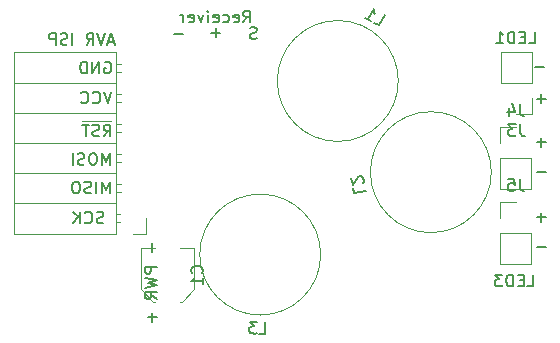
<source format=gbr>
G04 #@! TF.GenerationSoftware,KiCad,Pcbnew,(5.1.0)-1*
G04 #@! TF.CreationDate,2019-04-16T02:17:24+07:00*
G04 #@! TF.ProjectId,Bano,42616e6f-2e6b-4696-9361-645f70636258,rev?*
G04 #@! TF.SameCoordinates,Original*
G04 #@! TF.FileFunction,Legend,Bot*
G04 #@! TF.FilePolarity,Positive*
%FSLAX46Y46*%
G04 Gerber Fmt 4.6, Leading zero omitted, Abs format (unit mm)*
G04 Created by KiCad (PCBNEW (5.1.0)-1) date 2019-04-16 02:17:24*
%MOMM*%
%LPD*%
G04 APERTURE LIST*
%ADD10C,0.150000*%
%ADD11C,0.120000*%
G04 APERTURE END LIST*
D10*
X99694952Y-53284428D02*
X98933047Y-53284428D01*
X99694952Y-50744428D02*
X98933047Y-50744428D01*
X99314000Y-51125380D02*
X99314000Y-50363476D01*
X62356904Y-43950000D02*
X62452142Y-43902380D01*
X62595000Y-43902380D01*
X62737857Y-43950000D01*
X62833095Y-44045238D01*
X62880714Y-44140476D01*
X62928333Y-44330952D01*
X62928333Y-44473809D01*
X62880714Y-44664285D01*
X62833095Y-44759523D01*
X62737857Y-44854761D01*
X62595000Y-44902380D01*
X62499761Y-44902380D01*
X62356904Y-44854761D01*
X62309285Y-44807142D01*
X62309285Y-44473809D01*
X62499761Y-44473809D01*
X61880714Y-44902380D02*
X61880714Y-43902380D01*
X61309285Y-44902380D01*
X61309285Y-43902380D01*
X60833095Y-44902380D02*
X60833095Y-43902380D01*
X60595000Y-43902380D01*
X60452142Y-43950000D01*
X60356904Y-44045238D01*
X60309285Y-44140476D01*
X60261666Y-44330952D01*
X60261666Y-44473809D01*
X60309285Y-44664285D01*
X60356904Y-44759523D01*
X60452142Y-44854761D01*
X60595000Y-44902380D01*
X60833095Y-44902380D01*
X62928333Y-46442380D02*
X62595000Y-47442380D01*
X62261666Y-46442380D01*
X61356904Y-47347142D02*
X61404523Y-47394761D01*
X61547380Y-47442380D01*
X61642619Y-47442380D01*
X61785476Y-47394761D01*
X61880714Y-47299523D01*
X61928333Y-47204285D01*
X61975952Y-47013809D01*
X61975952Y-46870952D01*
X61928333Y-46680476D01*
X61880714Y-46585238D01*
X61785476Y-46490000D01*
X61642619Y-46442380D01*
X61547380Y-46442380D01*
X61404523Y-46490000D01*
X61356904Y-46537619D01*
X60356904Y-47347142D02*
X60404523Y-47394761D01*
X60547380Y-47442380D01*
X60642619Y-47442380D01*
X60785476Y-47394761D01*
X60880714Y-47299523D01*
X60928333Y-47204285D01*
X60975952Y-47013809D01*
X60975952Y-46870952D01*
X60928333Y-46680476D01*
X60880714Y-46585238D01*
X60785476Y-46490000D01*
X60642619Y-46442380D01*
X60547380Y-46442380D01*
X60404523Y-46490000D01*
X60356904Y-46537619D01*
D11*
X62865000Y-48895000D02*
X60452000Y-48895000D01*
D10*
X62269619Y-50236380D02*
X62602952Y-49760190D01*
X62841047Y-50236380D02*
X62841047Y-49236380D01*
X62460095Y-49236380D01*
X62364857Y-49284000D01*
X62317238Y-49331619D01*
X62269619Y-49426857D01*
X62269619Y-49569714D01*
X62317238Y-49664952D01*
X62364857Y-49712571D01*
X62460095Y-49760190D01*
X62841047Y-49760190D01*
X61888666Y-50188761D02*
X61745809Y-50236380D01*
X61507714Y-50236380D01*
X61412476Y-50188761D01*
X61364857Y-50141142D01*
X61317238Y-50045904D01*
X61317238Y-49950666D01*
X61364857Y-49855428D01*
X61412476Y-49807809D01*
X61507714Y-49760190D01*
X61698190Y-49712571D01*
X61793428Y-49664952D01*
X61841047Y-49617333D01*
X61888666Y-49522095D01*
X61888666Y-49426857D01*
X61841047Y-49331619D01*
X61793428Y-49284000D01*
X61698190Y-49236380D01*
X61460095Y-49236380D01*
X61317238Y-49284000D01*
X61031523Y-49236380D02*
X60460095Y-49236380D01*
X60745809Y-50236380D02*
X60745809Y-49236380D01*
X62785428Y-52649380D02*
X62785428Y-51649380D01*
X62452095Y-52363666D01*
X62118761Y-51649380D01*
X62118761Y-52649380D01*
X61452095Y-51649380D02*
X61261619Y-51649380D01*
X61166380Y-51697000D01*
X61071142Y-51792238D01*
X61023523Y-51982714D01*
X61023523Y-52316047D01*
X61071142Y-52506523D01*
X61166380Y-52601761D01*
X61261619Y-52649380D01*
X61452095Y-52649380D01*
X61547333Y-52601761D01*
X61642571Y-52506523D01*
X61690190Y-52316047D01*
X61690190Y-51982714D01*
X61642571Y-51792238D01*
X61547333Y-51697000D01*
X61452095Y-51649380D01*
X60642571Y-52601761D02*
X60499714Y-52649380D01*
X60261619Y-52649380D01*
X60166380Y-52601761D01*
X60118761Y-52554142D01*
X60071142Y-52458904D01*
X60071142Y-52363666D01*
X60118761Y-52268428D01*
X60166380Y-52220809D01*
X60261619Y-52173190D01*
X60452095Y-52125571D01*
X60547333Y-52077952D01*
X60594952Y-52030333D01*
X60642571Y-51935095D01*
X60642571Y-51839857D01*
X60594952Y-51744619D01*
X60547333Y-51697000D01*
X60452095Y-51649380D01*
X60214000Y-51649380D01*
X60071142Y-51697000D01*
X59642571Y-52649380D02*
X59642571Y-51649380D01*
X62785428Y-55062380D02*
X62785428Y-54062380D01*
X62452095Y-54776666D01*
X62118761Y-54062380D01*
X62118761Y-55062380D01*
X61642571Y-55062380D02*
X61642571Y-54062380D01*
X61214000Y-55014761D02*
X61071142Y-55062380D01*
X60833047Y-55062380D01*
X60737809Y-55014761D01*
X60690190Y-54967142D01*
X60642571Y-54871904D01*
X60642571Y-54776666D01*
X60690190Y-54681428D01*
X60737809Y-54633809D01*
X60833047Y-54586190D01*
X61023523Y-54538571D01*
X61118761Y-54490952D01*
X61166380Y-54443333D01*
X61214000Y-54348095D01*
X61214000Y-54252857D01*
X61166380Y-54157619D01*
X61118761Y-54110000D01*
X61023523Y-54062380D01*
X60785428Y-54062380D01*
X60642571Y-54110000D01*
X60023523Y-54062380D02*
X59833047Y-54062380D01*
X59737809Y-54110000D01*
X59642571Y-54205238D01*
X59594952Y-54395714D01*
X59594952Y-54729047D01*
X59642571Y-54919523D01*
X59737809Y-55014761D01*
X59833047Y-55062380D01*
X60023523Y-55062380D01*
X60118761Y-55014761D01*
X60214000Y-54919523D01*
X60261619Y-54729047D01*
X60261619Y-54395714D01*
X60214000Y-54205238D01*
X60118761Y-54110000D01*
X60023523Y-54062380D01*
X62245714Y-57554761D02*
X62102857Y-57602380D01*
X61864761Y-57602380D01*
X61769523Y-57554761D01*
X61721904Y-57507142D01*
X61674285Y-57411904D01*
X61674285Y-57316666D01*
X61721904Y-57221428D01*
X61769523Y-57173809D01*
X61864761Y-57126190D01*
X62055238Y-57078571D01*
X62150476Y-57030952D01*
X62198095Y-56983333D01*
X62245714Y-56888095D01*
X62245714Y-56792857D01*
X62198095Y-56697619D01*
X62150476Y-56650000D01*
X62055238Y-56602380D01*
X61817142Y-56602380D01*
X61674285Y-56650000D01*
X60674285Y-57507142D02*
X60721904Y-57554761D01*
X60864761Y-57602380D01*
X60960000Y-57602380D01*
X61102857Y-57554761D01*
X61198095Y-57459523D01*
X61245714Y-57364285D01*
X61293333Y-57173809D01*
X61293333Y-57030952D01*
X61245714Y-56840476D01*
X61198095Y-56745238D01*
X61102857Y-56650000D01*
X60960000Y-56602380D01*
X60864761Y-56602380D01*
X60721904Y-56650000D01*
X60674285Y-56697619D01*
X60245714Y-57602380D02*
X60245714Y-56602380D01*
X59674285Y-57602380D02*
X60102857Y-57030952D01*
X59674285Y-56602380D02*
X60245714Y-57173809D01*
X72135952Y-41473428D02*
X71374047Y-41473428D01*
X71755000Y-41854380D02*
X71755000Y-41092476D01*
X68960952Y-41600428D02*
X68199047Y-41600428D01*
X75215714Y-41933761D02*
X75072857Y-41981380D01*
X74834761Y-41981380D01*
X74739523Y-41933761D01*
X74691904Y-41886142D01*
X74644285Y-41790904D01*
X74644285Y-41695666D01*
X74691904Y-41600428D01*
X74739523Y-41552809D01*
X74834761Y-41505190D01*
X75025238Y-41457571D01*
X75120476Y-41409952D01*
X75168095Y-41362333D01*
X75215714Y-41267095D01*
X75215714Y-41171857D01*
X75168095Y-41076619D01*
X75120476Y-41029000D01*
X75025238Y-40981380D01*
X74787142Y-40981380D01*
X74644285Y-41029000D01*
X99694952Y-59634428D02*
X98933047Y-59634428D01*
X99567952Y-44394428D02*
X98806047Y-44394428D01*
X99694952Y-57094428D02*
X98933047Y-57094428D01*
X99314000Y-57475380D02*
X99314000Y-56713476D01*
X99694952Y-47061428D02*
X98933047Y-47061428D01*
X99314000Y-47442380D02*
X99314000Y-46680476D01*
X98147047Y-62936380D02*
X98623238Y-62936380D01*
X98623238Y-61936380D01*
X97813714Y-62412571D02*
X97480380Y-62412571D01*
X97337523Y-62936380D02*
X97813714Y-62936380D01*
X97813714Y-61936380D01*
X97337523Y-61936380D01*
X96908952Y-62936380D02*
X96908952Y-61936380D01*
X96670857Y-61936380D01*
X96528000Y-61984000D01*
X96432761Y-62079238D01*
X96385142Y-62174476D01*
X96337523Y-62364952D01*
X96337523Y-62507809D01*
X96385142Y-62698285D01*
X96432761Y-62793523D01*
X96528000Y-62888761D01*
X96670857Y-62936380D01*
X96908952Y-62936380D01*
X96004190Y-61936380D02*
X95385142Y-61936380D01*
X95718476Y-62317333D01*
X95575619Y-62317333D01*
X95480380Y-62364952D01*
X95432761Y-62412571D01*
X95385142Y-62507809D01*
X95385142Y-62745904D01*
X95432761Y-62841142D01*
X95480380Y-62888761D01*
X95575619Y-62936380D01*
X95861333Y-62936380D01*
X95956571Y-62888761D01*
X96004190Y-62841142D01*
X98274047Y-42362380D02*
X98750238Y-42362380D01*
X98750238Y-41362380D01*
X97940714Y-41838571D02*
X97607380Y-41838571D01*
X97464523Y-42362380D02*
X97940714Y-42362380D01*
X97940714Y-41362380D01*
X97464523Y-41362380D01*
X97035952Y-42362380D02*
X97035952Y-41362380D01*
X96797857Y-41362380D01*
X96655000Y-41410000D01*
X96559761Y-41505238D01*
X96512142Y-41600476D01*
X96464523Y-41790952D01*
X96464523Y-41933809D01*
X96512142Y-42124285D01*
X96559761Y-42219523D01*
X96655000Y-42314761D01*
X96797857Y-42362380D01*
X97035952Y-42362380D01*
X95512142Y-42362380D02*
X96083571Y-42362380D01*
X95797857Y-42362380D02*
X95797857Y-41362380D01*
X95893095Y-41505238D01*
X95988333Y-41600476D01*
X96083571Y-41648095D01*
D11*
X63310000Y-57510000D02*
X63660000Y-57510000D01*
X63310000Y-56790000D02*
X63660000Y-56790000D01*
X63310000Y-54970000D02*
X63720000Y-54970000D01*
X63310000Y-54250000D02*
X63720000Y-54250000D01*
X63310000Y-52430000D02*
X63720000Y-52430000D01*
X63310000Y-51710000D02*
X63720000Y-51710000D01*
X63310000Y-49890000D02*
X63720000Y-49890000D01*
X63310000Y-49170000D02*
X63720000Y-49170000D01*
X63310000Y-47350000D02*
X63720000Y-47350000D01*
X63310000Y-46630000D02*
X63720000Y-46630000D01*
X63310000Y-44810000D02*
X63720000Y-44810000D01*
X63310000Y-44090000D02*
X63720000Y-44090000D01*
X54680000Y-55880000D02*
X63310000Y-55880000D01*
X54680000Y-53340000D02*
X63310000Y-53340000D01*
X54680000Y-50800000D02*
X63310000Y-50800000D01*
X54680000Y-48260000D02*
X63310000Y-48260000D01*
X54680000Y-45720000D02*
X63310000Y-45720000D01*
X54680000Y-58480000D02*
X63310000Y-58480000D01*
X63310000Y-58480000D02*
X63310000Y-43120000D01*
X54680000Y-43120000D02*
X63310000Y-43120000D01*
X54680000Y-58480000D02*
X54680000Y-43120000D01*
X65880000Y-58480000D02*
X65880000Y-57150000D01*
X64770000Y-58480000D02*
X65880000Y-58480000D01*
X65404000Y-59716000D02*
X66604000Y-59716000D01*
X69924000Y-59716000D02*
X68724000Y-59716000D01*
X69924000Y-63171563D02*
X69924000Y-59716000D01*
X65404000Y-63171563D02*
X65404000Y-59716000D01*
X66468437Y-64236000D02*
X66604000Y-64236000D01*
X68859563Y-64236000D02*
X68724000Y-64236000D01*
X68859563Y-64236000D02*
X69924000Y-63171563D01*
X66468437Y-64236000D02*
X65404000Y-63171563D01*
X95875000Y-45720000D02*
X98535000Y-45720000D01*
X95875000Y-45720000D02*
X95875000Y-43120000D01*
X95875000Y-43120000D02*
X98535000Y-43120000D01*
X98535000Y-45720000D02*
X98535000Y-43120000D01*
X98535000Y-48320000D02*
X98535000Y-46990000D01*
X97205000Y-48320000D02*
X98535000Y-48320000D01*
X97155000Y-49470000D02*
X95825000Y-49470000D01*
X95825000Y-49470000D02*
X95825000Y-50800000D01*
X95825000Y-52070000D02*
X95825000Y-54670000D01*
X98485000Y-54670000D02*
X95825000Y-54670000D01*
X98485000Y-52070000D02*
X98485000Y-54670000D01*
X98485000Y-52070000D02*
X95825000Y-52070000D01*
X98485000Y-58420000D02*
X95825000Y-58420000D01*
X98485000Y-58420000D02*
X98485000Y-61020000D01*
X98485000Y-61020000D02*
X95825000Y-61020000D01*
X95825000Y-58420000D02*
X95825000Y-61020000D01*
X95825000Y-55820000D02*
X95825000Y-57150000D01*
X97155000Y-55820000D02*
X95825000Y-55820000D01*
X87209936Y-45540000D02*
G75*
G03X87209936Y-45540000I-5120000J0D01*
G01*
X95089120Y-53262019D02*
G75*
G03X95089120Y-53262019I-5120000J0D01*
G01*
X80643477Y-60237752D02*
G75*
G03X80643477Y-60237752I-5120000J0D01*
G01*
D10*
X63151904Y-42203666D02*
X62675714Y-42203666D01*
X63247142Y-42489380D02*
X62913809Y-41489380D01*
X62580476Y-42489380D01*
X62390000Y-41489380D02*
X62056666Y-42489380D01*
X61723333Y-41489380D01*
X60818571Y-42489380D02*
X61151904Y-42013190D01*
X61390000Y-42489380D02*
X61390000Y-41489380D01*
X61009047Y-41489380D01*
X60913809Y-41537000D01*
X60866190Y-41584619D01*
X60818571Y-41679857D01*
X60818571Y-41822714D01*
X60866190Y-41917952D01*
X60913809Y-41965571D01*
X61009047Y-42013190D01*
X61390000Y-42013190D01*
X59628095Y-42489380D02*
X59628095Y-41489380D01*
X59199523Y-42441761D02*
X59056666Y-42489380D01*
X58818571Y-42489380D01*
X58723333Y-42441761D01*
X58675714Y-42394142D01*
X58628095Y-42298904D01*
X58628095Y-42203666D01*
X58675714Y-42108428D01*
X58723333Y-42060809D01*
X58818571Y-42013190D01*
X59009047Y-41965571D01*
X59104285Y-41917952D01*
X59151904Y-41870333D01*
X59199523Y-41775095D01*
X59199523Y-41679857D01*
X59151904Y-41584619D01*
X59104285Y-41537000D01*
X59009047Y-41489380D01*
X58770952Y-41489380D01*
X58628095Y-41537000D01*
X58199523Y-42489380D02*
X58199523Y-41489380D01*
X57818571Y-41489380D01*
X57723333Y-41537000D01*
X57675714Y-41584619D01*
X57628095Y-41679857D01*
X57628095Y-41822714D01*
X57675714Y-41917952D01*
X57723333Y-41965571D01*
X57818571Y-42013190D01*
X58199523Y-42013190D01*
X70566143Y-61809333D02*
X70613762Y-61761714D01*
X70661381Y-61618857D01*
X70661381Y-61523619D01*
X70613762Y-61380761D01*
X70518524Y-61285523D01*
X70423286Y-61237904D01*
X70232810Y-61190285D01*
X70089953Y-61190285D01*
X69899477Y-61237904D01*
X69804239Y-61285523D01*
X69709001Y-61380761D01*
X69661381Y-61523619D01*
X69661381Y-61618857D01*
X69709001Y-61761714D01*
X69756620Y-61809333D01*
X70661381Y-62761714D02*
X70661381Y-62190285D01*
X70661381Y-62476000D02*
X69661381Y-62476000D01*
X69804239Y-62380761D01*
X69899477Y-62285523D01*
X69947096Y-62190285D01*
X66365428Y-59277666D02*
X66365428Y-60039571D01*
X66746380Y-61277666D02*
X65746380Y-61277666D01*
X65746380Y-61658619D01*
X65794000Y-61753857D01*
X65841619Y-61801476D01*
X65936857Y-61849095D01*
X66079714Y-61849095D01*
X66174952Y-61801476D01*
X66222571Y-61753857D01*
X66270190Y-61658619D01*
X66270190Y-61277666D01*
X65746380Y-62182428D02*
X66746380Y-62420523D01*
X66032095Y-62611000D01*
X66746380Y-62801476D01*
X65746380Y-63039571D01*
X66746380Y-63991952D02*
X66270190Y-63658619D01*
X66746380Y-63420523D02*
X65746380Y-63420523D01*
X65746380Y-63801476D01*
X65794000Y-63896714D01*
X65841619Y-63944333D01*
X65936857Y-63991952D01*
X66079714Y-63991952D01*
X66174952Y-63944333D01*
X66222571Y-63896714D01*
X66270190Y-63801476D01*
X66270190Y-63420523D01*
X66365428Y-65182428D02*
X66365428Y-65944333D01*
X66746380Y-65563380D02*
X65984476Y-65563380D01*
X97538333Y-49212380D02*
X97538333Y-49926666D01*
X97585952Y-50069523D01*
X97681190Y-50164761D01*
X97824047Y-50212380D01*
X97919285Y-50212380D01*
X97157380Y-49212380D02*
X96538333Y-49212380D01*
X96871666Y-49593333D01*
X96728809Y-49593333D01*
X96633571Y-49640952D01*
X96585952Y-49688571D01*
X96538333Y-49783809D01*
X96538333Y-50021904D01*
X96585952Y-50117142D01*
X96633571Y-50164761D01*
X96728809Y-50212380D01*
X97014523Y-50212380D01*
X97109761Y-50164761D01*
X97157380Y-50117142D01*
X97488333Y-47482380D02*
X97488333Y-48196666D01*
X97535952Y-48339523D01*
X97631190Y-48434761D01*
X97774047Y-48482380D01*
X97869285Y-48482380D01*
X96583571Y-47815714D02*
X96583571Y-48482380D01*
X96821666Y-47434761D02*
X97059761Y-48149047D01*
X96440714Y-48149047D01*
X97488333Y-53832380D02*
X97488333Y-54546666D01*
X97535952Y-54689523D01*
X97631190Y-54784761D01*
X97774047Y-54832380D01*
X97869285Y-54832380D01*
X96535952Y-53832380D02*
X97012142Y-53832380D01*
X97059761Y-54308571D01*
X97012142Y-54260952D01*
X96916904Y-54213333D01*
X96678809Y-54213333D01*
X96583571Y-54260952D01*
X96535952Y-54308571D01*
X96488333Y-54403809D01*
X96488333Y-54641904D01*
X96535952Y-54737142D01*
X96583571Y-54784761D01*
X96678809Y-54832380D01*
X96916904Y-54832380D01*
X97012142Y-54784761D01*
X97059761Y-54737142D01*
X85133083Y-40602447D02*
X85545476Y-40840542D01*
X86045476Y-39974517D01*
X84390775Y-40173876D02*
X84885647Y-40459590D01*
X84638211Y-40316733D02*
X85138211Y-39450708D01*
X85149261Y-39622045D01*
X85184121Y-39752142D01*
X85242790Y-39841001D01*
X83397505Y-54590009D02*
X83480194Y-55058965D01*
X84465002Y-54885317D01*
X84238907Y-54151525D02*
X84277534Y-54096361D01*
X84307892Y-53994301D01*
X84266547Y-53759823D01*
X84203113Y-53674300D01*
X84147949Y-53635674D01*
X84045889Y-53605316D01*
X83952097Y-53621854D01*
X83819680Y-53693556D01*
X83356160Y-54355531D01*
X83248663Y-53745888D01*
X75456132Y-66941865D02*
X75932032Y-66958484D01*
X75966932Y-65959093D01*
X75253081Y-65934165D02*
X74634411Y-65912561D01*
X74954246Y-66304914D01*
X74811476Y-66299929D01*
X74714634Y-66344195D01*
X74665382Y-66390123D01*
X74614468Y-66483641D01*
X74606159Y-66721591D01*
X74650425Y-66818433D01*
X74696353Y-66867685D01*
X74789871Y-66918599D01*
X75075411Y-66928570D01*
X75172253Y-66884304D01*
X75221505Y-66838376D01*
X74088333Y-40584380D02*
X74421666Y-40108190D01*
X74659761Y-40584380D02*
X74659761Y-39584380D01*
X74278809Y-39584380D01*
X74183571Y-39632000D01*
X74135952Y-39679619D01*
X74088333Y-39774857D01*
X74088333Y-39917714D01*
X74135952Y-40012952D01*
X74183571Y-40060571D01*
X74278809Y-40108190D01*
X74659761Y-40108190D01*
X73278809Y-40536761D02*
X73374047Y-40584380D01*
X73564523Y-40584380D01*
X73659761Y-40536761D01*
X73707380Y-40441523D01*
X73707380Y-40060571D01*
X73659761Y-39965333D01*
X73564523Y-39917714D01*
X73374047Y-39917714D01*
X73278809Y-39965333D01*
X73231190Y-40060571D01*
X73231190Y-40155809D01*
X73707380Y-40251047D01*
X72374047Y-40536761D02*
X72469285Y-40584380D01*
X72659761Y-40584380D01*
X72755000Y-40536761D01*
X72802619Y-40489142D01*
X72850238Y-40393904D01*
X72850238Y-40108190D01*
X72802619Y-40012952D01*
X72755000Y-39965333D01*
X72659761Y-39917714D01*
X72469285Y-39917714D01*
X72374047Y-39965333D01*
X71564523Y-40536761D02*
X71659761Y-40584380D01*
X71850238Y-40584380D01*
X71945476Y-40536761D01*
X71993095Y-40441523D01*
X71993095Y-40060571D01*
X71945476Y-39965333D01*
X71850238Y-39917714D01*
X71659761Y-39917714D01*
X71564523Y-39965333D01*
X71516904Y-40060571D01*
X71516904Y-40155809D01*
X71993095Y-40251047D01*
X71088333Y-40584380D02*
X71088333Y-39917714D01*
X71088333Y-39584380D02*
X71135952Y-39632000D01*
X71088333Y-39679619D01*
X71040714Y-39632000D01*
X71088333Y-39584380D01*
X71088333Y-39679619D01*
X70707380Y-39917714D02*
X70469285Y-40584380D01*
X70231190Y-39917714D01*
X69469285Y-40536761D02*
X69564523Y-40584380D01*
X69754999Y-40584380D01*
X69850238Y-40536761D01*
X69897857Y-40441523D01*
X69897857Y-40060571D01*
X69850238Y-39965333D01*
X69754999Y-39917714D01*
X69564523Y-39917714D01*
X69469285Y-39965333D01*
X69421666Y-40060571D01*
X69421666Y-40155809D01*
X69897857Y-40251047D01*
X68993095Y-40584380D02*
X68993095Y-39917714D01*
X68993095Y-40108190D02*
X68945476Y-40012952D01*
X68897857Y-39965333D01*
X68802619Y-39917714D01*
X68707380Y-39917714D01*
M02*

</source>
